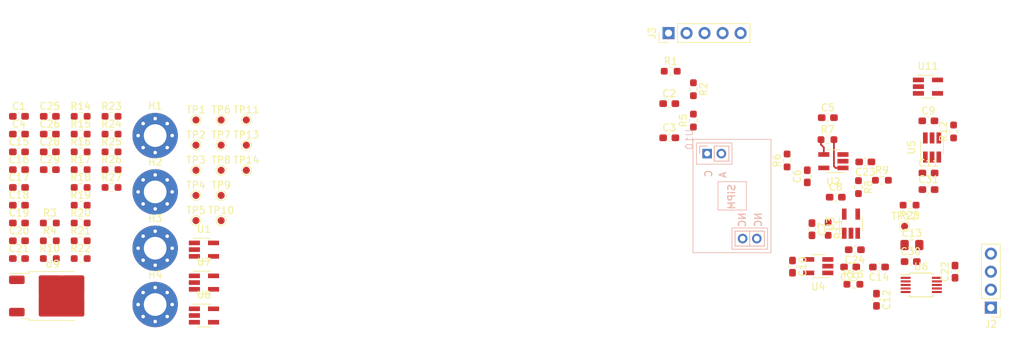
<source format=kicad_pcb>
(kicad_pcb (version 20221018) (generator pcbnew)
  (layers (0 "F.Cu" signal) (31 "B.Cu" signal) (34 "B.Paste" user) (35 "F.Paste" user) (36 "B.SilkS" user "B.Silkscreen") (37 "F.SilkS" user "F.Silkscreen") (38 "B.Mask" user) (39 "F.Mask" user) (44 "Edge.Cuts" user))
  (net 0 "")
  (net 1 "+6V")
  (net 2 "GND")
  (net 3 "Net-(C2-Pad2)")
  (net 4 "/SIPM Readout/SIPM_BIAS")
  (net 5 "Net-(U1-OUT)")
  (net 6 "/SIPM Readout/SIPM_OUT")
  (net 7 "Net-(U2-OUT)")
  (net 8 "+5VA")
  (net 9 "Net-(U3--)")
  (net 10 "Net-(U3-OUT)")
  (net 11 "+5.35V")
  (net 12 "/SIPM Readout/VREF_ADC")
  (net 13 "/SIPM Readout/AIN_FILT")
  (net 14 "+1V8")
  (net 15 "+3V3")
  (net 16 "Net-(U7-VOUT)")
  (net 17 "SIPM_BIAS_OUT")
  (net 18 "Net-(U8-VOUT)")
  (net 19 "Net-(U8-FB)")
  (net 20 "-5VA")
  (net 21 "-6V5")
  (net 22 "Net-(U9-VO)")
  (net 23 "Net-(U11-OUT)")
  (net 24 "Net-(H1-Pad1)")
  (net 25 "Net-(H2-Pad1)")
  (net 26 "Net-(H3-Pad1)")
  (net 27 "Net-(H4-Pad1)")
  (net 28 "SPI_3V3_ADC_CS")
  (net 29 "SPI_3V3_ADC_MISO")
  (net 30 "PD_BIAS")
  (net 31 "Net-(U1-EN)")
  (net 32 "Net-(U11-ADJ)")
  (net 33 "Net-(U5-~{SHDN})")
  (net 34 "/SIPM Readout/AIN")
  (net 35 "Net-(U8-SHDN)")
  (net 36 "Net-(U7-EN)")
  (net 37 "Net-(U11-EN)")
  (net 39 "SPI_3V3_ADC_SCLK")
  (net 43 "Net-(U5-OUT)")
  (footprint "TestPoint:TestPoint_Pad_D1.0mm" (layer "F.Cu") (at 94.21 88.4)
    (fp_text reference "TP9" (at 0 -1.448) (layer "F.SilkS"))
    (fp_text value "TestPoint")
    (pad "1" smd circle (at 0 0) (size 1 1) (layers "F.Cu" "F.Mask") (net 15 "+3V3"))
  )
  (footprint "Capacitor_SMD:C_0603_1608Metric_Pad1.08x0.95mm_HandSolder" (layer "F.Cu") (at 193.929 87.5716)
    (fp_text reference "C31" (at 0 -1.43) (layer "F.SilkS"))
    (fp_text value "1uF")
    (pad "1" smd roundrect (at -0.8625 0) (size 1.075 0.95) (layers "F.Cu" "F.Paste" "F.Mask") (net 43 "Net-(U5-OUT)"))
    (pad "2" smd roundrect (at 0.8625 0) (size 1.075 0.95) (layers "F.Cu" "F.Paste" "F.Mask") (net 2 "GND"))
  )
  (footprint "Resistor_SMD:R_0603_1608Metric_Pad0.98x0.95mm_HandSolder" (layer "F.Cu") (at 187.3523 86.2584)
    (fp_text reference "R9" (at 0 -1.43) (layer "F.SilkS"))
    (fp_text value "0R")
    (pad "1" smd roundrect (at -0.9125 0) (size 0.975 0.95) (layers "F.Cu" "F.Paste" "F.Mask") (net 7 "Net-(U2-OUT)"))
    (pad "2" smd roundrect (at 0.9125 0) (size 0.975 0.95) (layers "F.Cu" "F.Paste" "F.Mask") (net 10 "Net-(U3-OUT)"))
  )
  (footprint "Resistor_SMD:R_0603_1608Metric_Pad0.98x0.95mm_HandSolder" (layer "F.Cu") (at 184.0484 87.2255 -90)
    (fp_text reference "R8" (at 0 -1.43 90) (layer "F.SilkS"))
    (fp_text value "10k")
    (pad "1" smd roundrect (at -0.9125 0 270) (size 0.975 0.95) (layers "F.Cu" "F.Paste" "F.Mask") (net 7 "Net-(U2-OUT)"))
    (pad "2" smd roundrect (at 0.9125 0 270) (size 0.975 0.95) (layers "F.Cu" "F.Paste" "F.Mask") (net 9 "Net-(U3--)"))
  )
  (footprint "Resistor_SMD:R_0603_1608Metric_Pad0.98x0.95mm_HandSolder" (layer "F.Cu") (at 183.3391 100.9396)
    (fp_text reference "R13" (at 0 -1.43) (layer "F.SilkS"))
    (fp_text value "22R")
    (pad "1" smd roundrect (at -0.9125 0) (size 0.975 0.95) (layers "F.Cu" "F.Paste" "F.Mask") (net 34 "/SIPM Readout/AIN"))
    (pad "2" smd roundrect (at 0.9125 0) (size 0.975 0.95) (layers "F.Cu" "F.Paste" "F.Mask") (net 13 "/SIPM Readout/AIN_FILT"))
  )
  (footprint "Resistor_SMD:R_0603_1608Metric_Pad0.98x0.95mm_HandSolder" (layer "F.Cu") (at 179.7812 93.1183 -90)
    (fp_text reference "R11" (at 0 -1.43 90) (layer "F.SilkS"))
    (fp_text value "20k")
    (pad "1" smd roundrect (at -0.9125 0 270) (size 0.975 0.95) (layers "F.Cu" "F.Paste" "F.Mask") (net 9 "Net-(U3--)"))
    (pad "2" smd roundrect (at 0.9125 0 270) (size 0.975 0.95) (layers "F.Cu" "F.Paste" "F.Mask") (net 10 "Net-(U3-OUT)"))
  )
  (footprint "Resistor_SMD:R_0603_1608Metric_Pad0.98x0.95mm_HandSolder" (layer "F.Cu") (at 78.76 82.25)
    (fp_text reference "R25" (at 0 -1.43) (layer "F.SilkS"))
    (fp_text value "0R")
    (pad "1" smd roundrect (at -0.9125 0) (size 0.975 0.95) (layers "F.Cu" "F.Paste" "F.Mask") (net 20 "-5VA"))
    (pad "2" smd roundrect (at 0.9125 0) (size 0.975 0.95) (layers "F.Cu" "F.Paste" "F.Mask") (net 22 "Net-(U9-VO)"))
  )
  (footprint "Capacitor_SMD:C_0603_1608Metric_Pad1.08x0.95mm_HandSolder" (layer "F.Cu") (at 65.71 87.27)
    (fp_text reference "C17" (at 0 -1.43) (layer "F.SilkS"))
    (fp_text value "0.18uF")
    (pad "1" smd roundrect (at -0.8625 0) (size 1.075 0.95) (layers "F.Cu" "F.Paste" "F.Mask") (net 17 "SIPM_BIAS_OUT"))
    (pad "2" smd roundrect (at 0.8625 0) (size 1.075 0.95) (layers "F.Cu" "F.Paste" "F.Mask") (net 2 "GND"))
  )
  (footprint "TestPoint:TestPoint_Pad_D1.0mm" (layer "F.Cu") (at 90.66 88.4)
    (fp_text reference "TP4" (at 0 -1.448) (layer "F.SilkS"))
    (fp_text value "TestPoint")
    (pad "1" smd circle (at 0 0) (size 1 1) (layers "F.Cu" "F.Mask") (net 14 "+1V8"))
  )
  (footprint "Resistor_SMD:R_0603_1608Metric_Pad0.98x0.95mm_HandSolder" (layer "F.Cu") (at 74.41 94.8)
    (fp_text reference "R21" (at 0 -1.43) (layer "F.SilkS"))
    (fp_text value "0R")
    (pad "1" smd roundrect (at -0.9125 0) (size 0.975 0.95) (layers "F.Cu" "F.Paste" "F.Mask") (net 25 "Net-(H2-Pad1)"))
    (pad "2" smd roundrect (at 0.9125 0) (size 0.975 0.95) (layers "F.Cu" "F.Paste" "F.Mask") (net 2 "GND"))
  )
  (footprint "Capacitor_SMD:C_0603_1608Metric_Pad1.08x0.95mm_HandSolder" (layer "F.Cu") (at 70.06 77.23)
    (fp_text reference "C25" (at 0 -1.43) (layer "F.SilkS"))
    (fp_text value "0.33uF")
    (pad "1" smd roundrect (at -0.8625 0) (size 1.075 0.95) (layers "F.Cu" "F.Paste" "F.Mask") (net 2 "GND"))
    (pad "2" smd roundrect (at 0.8625 0) (size 1.075 0.95) (layers "F.Cu" "F.Paste" "F.Mask") (net 21 "-6V5"))
  )
  (footprint "Package_TO_SOT_SMD:SOT-23-5_HandSoldering" (layer "F.Cu") (at 180.514 83.566 180)
    (fp_text reference "U2" (at 0 -2.9) (layer "F.SilkS"))
    (fp_text value "OPA863A")
    (pad "1" smd rect (at -1.35 -0.95 180) (size 1.56 0.65) (layers "F.Cu" "F.Paste" "F.Mask") (net 7 "Net-(U2-OUT)"))
    (pad "2" smd rect (at -1.35 0 180) (size 1.56 0.65) (layers "F.Cu" "F.Paste" "F.Mask") (net 20 "-5VA"))
    (pad "3" smd rect (at -1.35 0.95 180) (size 1.56 0.65) (layers "F.Cu" "F.Paste" "F.Mask") (net 2 "GND"))
    (pad "4" smd rect (at 1.35 0.95 180) (size 1.56 0.65) (layers "F.Cu" "F.Paste" "F.Mask") (net 6 "/SIPM Readout/SIPM_OUT"))
    (pad "5" smd rect (at 1.35 -0.95 180) (size 1.56 0.65) (layers "F.Cu" "F.Paste" "F.Mask") (net 8 "+5VA"))
  )
  (footprint "Package_TO_SOT_SMD:SOT-23-5_HandSoldering" (layer "F.Cu") (at 193.849 73.0402)
    (fp_text reference "U11" (at 0 -2.9) (layer "F.SilkS"))
    (fp_text value "LDK320AM-R")
    (pad "1" smd rect (at -1.35 -0.95) (size 1.56 0.65) (layers "F.Cu" "F.Paste" "F.Mask") (net 1 "+6V"))
    (pad "2" smd rect (at -1.35 0) (size 1.56 0.65) (layers "F.Cu" "F.Paste" "F.Mask") (net 2 "GND"))
    (pad "3" smd rect (at -1.35 0.95) (size 1.56 0.65) (layers "F.Cu" "F.Paste" "F.Mask") (net 37 "Net-(U11-EN)"))
    (pad "4" smd rect (at 1.35 0.95) (size 1.56 0.65) (layers "F.Cu" "F.Paste" "F.Mask") (net 32 "Net-(U11-ADJ)"))
    (pad "5" smd rect (at 1.35 -0.95) (size 1.56 0.65) (layers "F.Cu" "F.Paste" "F.Mask") (net 23 "Net-(U11-OUT)"))
  )
  (footprint "Capacitor_SMD:C_0603_1608Metric_Pad1.08x0.95mm_HandSolder" (layer "F.Cu") (at 65.71 94.8)
    (fp_text reference "C20" (at 0 -1.43) (layer "F.SilkS"))
    (fp_text value "2.2uF")
    (pad "1" smd roundrect (at -0.8625 0) (size 1.075 0.95) (layers "F.Cu" "F.Paste" "F.Mask") (net 18 "Net-(U8-VOUT)"))
    (pad "2" smd roundrect (at 0.8625 0) (size 1.075 0.95) (layers "F.Cu" "F.Paste" "F.Mask") (net 2 "GND"))
  )
  (footprint "Capacitor_SMD:C_0603_1608Metric_Pad1.08x0.95mm_HandSolder" (layer "F.Cu") (at 185.0125 83.6676 180)
    (fp_text reference "C23" (at 0 -1.43) (layer "F.SilkS"))
    (fp_text value "0.1uF")
    (pad "1" smd roundrect (at -0.8625 0 180) (size 1.075 0.95) (layers "F.Cu" "F.Paste" "F.Mask") (net 2 "GND"))
    (pad "2" smd roundrect (at 0.8625 0 180) (size 1.075 0.95) (layers "F.Cu" "F.Paste" "F.Mask") (net 20 "-5VA"))
  )
  (footprint "Resistor_SMD:R_0603_1608Metric_Pad0.98x0.95mm_HandSolder" (layer "F.Cu") (at 74.41 92.29)
    (fp_text reference "R20" (at 0 -1.43) (layer "F.SilkS"))
    (fp_text value "0R")
    (pad "1" smd roundrect (at -0.9125 0) (size 0.975 0.95) (layers "F.Cu" "F.Paste" "F.Mask") (net 24 "Net-(H1-Pad1)"))
    (pad "2" smd roundrect (at 0.9125 0) (size 0.975 0.95) (layers "F.Cu" "F.Paste" "F.Mask") (net 2 "GND"))
  )
  (footprint "Resistor_SMD:R_0603_1608Metric_Pad0.98x0.95mm_HandSolder" (layer "F.Cu") (at 78.76 79.74)
    (fp_text reference "R24" (at 0 -1.43) (layer "F.SilkS"))
    (fp_text value "0R")
    (pad "1" smd roundrect (at -0.9125 0) (size 0.975 0.95) (layers "F.Cu" "F.Paste" "F.Mask") (net 36 "Net-(U7-EN)"))
    (pad "2" smd roundrect (at 0.9125 0) (size 0.975 0.95) (layers "F.Cu" "F.Paste" "F.Mask") (net 15 "+3V3"))
  )
  (footprint "Resistor_SMD:R_0603_1608Metric_Pad0.98x0.95mm_HandSolder" (layer "F.Cu") (at 74.41 87.27)
    (fp_text reference "R18" (at 0 -1.43) (layer "F.SilkS"))
    (fp_text value "0R")
    (pad "1" smd roundrect (at -0.9125 0) (size 0.975 0.95) (layers "F.Cu" "F.Paste" "F.Mask") (net 14 "+1V8"))
    (pad "2" smd roundrect (at 0.9125 0) (size 0.975 0.95) (layers "F.Cu" "F.Paste" "F.Mask") (net 16 "Net-(U7-VOUT)"))
  )
  (footprint "Capacitor_SMD:C_0603_1608Metric_Pad1.08x0.95mm_HandSolder" (layer "F.Cu") (at 186.944 98.5012 180)
    (fp_text reference "C14" (at 0 -1.43) (layer "F.SilkS"))
    (fp_text value "0.1uF")
    (pad "1" smd roundrect (at -0.8625 0 180) (size 1.075 0.95) (layers "F.Cu" "F.Paste" "F.Mask") (net 14 "+1V8"))
    (pad "2" smd roundrect (at 0.8625 0 180) (size 1.075 0.95) (layers "F.Cu" "F.Paste" "F.Mask") (net 2 "GND"))
  )
  (footprint "MountingHole:MountingHole_3.2mm_M3_Pad_Via" (layer "F.Cu") (at 84.91 95.85)
    (fp_text reference "H3" (at 0 -4.2) (layer "F.SilkS"))
    (fp_text value "MountingHole_Pad")
    (pad "1" thru_hole circle (at -2.4 0) (size 0.8 0.8) (drill 0.5) (layers "*.Cu" "*.Mask") (net 26 "Net-(H3-Pad1)"))
    (pad "1" thru_hole circle (at -1.697056 -1.697056) (size 0.8 0.8) (drill 0.5) (layers "*.Cu" "*.Mask") (net 26 "Net-(H3-Pad1)"))
    (pad "1" thru_hole circle (at -1.697056 1.697056) (size 0.8 0.8) (drill 0.5) (layers "*.Cu" "*.Mask") (net 26 "Net-(H3-Pad1)"))
    (pad "1" thru_hole circle (at 0 -2.4) (size 0.8 0.8) (drill 0.5) (layers "*.Cu" "*.Mask") (net 26 "Net-(H3-Pad1)"))
    (pad "1" thru_hole circle (at 0 0) (size 6.4 6.4) (drill 3.2) (layers "*.Cu" "*.Mask") (net 26 "Net-(H3-Pad1)"))
    (pad "1" thru_hole circle (at 0 2.4) (size 0.8 0.8) (drill 0.5) (layers "*.Cu" "*.Mask") (net 26 "Net-(H3-Pad1)"))
    (pad "1" thru_hole circle (at 1.697056 -1.697056) (size 0.8 0.8) (drill 0.5) (layers "*.Cu" "*.Mask") (net 26 "Net-(H3-Pad1)"))
    (pad "1" thru_hole circle (at 1.697056 1.697056) (size 0.8 0.8) (drill 0.5) (layers "*.Cu" "*.Mask") (net 26 "Net-(H3-Pad1)"))
    (pad "1" thru_hole circle (at 2.4 0) (size 0.8 0.8) (drill 0.5) (layers "*.Cu" "*.Mask") (net 26 "Net-(H3-Pad1)"))
  )
  (footprint "Capacitor_SMD:C_0603_1608Metric_Pad1.08x0.95mm_HandSolder" (layer "F.Cu") (at 65.71 82.25)
    (fp_text reference "C15" (at 0 -1.43) (layer "F.SilkS"))
    (fp_text value "1uF")
    (pad "1" smd roundrect (at -0.8625 0) (size 1.075 0.95) (layers "F.Cu" "F.Paste" "F.Mask") (net 15 "+3V3"))
    (pad "2" smd roundrect (at 0.8625 0) (size 1.075 0.95) (layers "F.Cu" "F.Paste" "F.Mask") (net 2 "GND"))
  )
  (footprint "Package_TO_SOT_SMD:SOT-23-5_HandSoldering" (layer "F.Cu") (at 178.3804 98.3844 180)
    (fp_text reference "U4" (at 0 -2.9) (layer "F.SilkS"))
    (fp_text value "OPA863A")
    (pad "1" smd rect (at -1.35 -0.95 180) (size 1.56 0.65) (layers "F.Cu" "F.Paste" "F.Mask") (net 34 "/SIPM Readout/AIN"))
    (pad "2" smd rect (at -1.35 0 180) (size 1.56 0.65) (layers "F.Cu" "F.Paste" "F.Mask") (net 20 "-5VA"))
    (pad "3" smd rect (at -1.35 0.95 180) (size 1.56 0.65) (layers "F.Cu" "F.Paste" "F.Mask") (net 10 "Net-(U3-OUT)"))
    (pad "4" smd rect (at 1.35 0.95 180) (size 1.56 0.65) (layers "F.Cu" "F.Paste" "F.Mask") (net 34 "/SIPM Readout/AIN"))
    (pad "5" smd rect (at 1.35 -0.95 180) (size 1.56 0.65) (layers "F.Cu" "F.Paste" "F.Mask") (net 8 "+5VA"))
  )
  (footprint "Capacitor_SMD:C_0603_1608Metric_Pad1.08x0.95mm_HandSolder" (layer "F.Cu") (at 193.9047 77.8688)
    (fp_text reference "C9" (at 0 -1.43) (layer "F.SilkS"))
    (fp_text value "0.1uF")
    (pad "1" smd roundrect (at -0.8625 0) (size 1.075 0.95) (layers "F.Cu" "F.Paste" "F.Mask") (net 11 "+5.35V"))
    (pad "2" smd roundrect (at 0.8625 0) (size 1.075 0.95) (layers "F.Cu" "F.Paste" "F.Mask") (net 2 "GND"))
  )
  (footprint "Resistor_SMD:R_0603_1608Metric_Pad0.98x0.95mm_HandSolder" (layer "F.Cu") (at 78.76 77.23)
    (fp_text reference "R23" (at 0 -1.43) (layer "F.SilkS"))
    (fp_text value "0R")
    (pad "1" smd roundrect (at -0.9125 0) (size 0.975 0.95) (layers "F.Cu" "F.Paste" "F.Mask") (net 27 "Net-(H4-Pad1)"))
    (pad "2" smd roundrect (at 0.9125 0) (size 0.975 0.95) (layers "F.Cu" "F.Paste" "F.Mask") (net 2 "GND"))
  )
  (footprint "Resistor_SMD:R_0603_1608Metric_Pad0.98x0.95mm_HandSolder" (layer "F.Cu") (at 179.6815 80.518)
    (fp_text reference "R7" (at 0 -1.43) (layer "F.SilkS"))
    (fp_text value "7kR")
    (pad "1" smd roundrect (at -0.9125 0) (size 0.975 0.95) (layers "F.Cu" "F.Paste" "F.Mask") (net 6 "/SIPM Readout/SIPM_OUT"))
    (pad "2" smd roundrect (at 0.9125 0) (size 0.975 0.95) (layers "F.Cu" "F.Paste" "F.Mask") (net 7 "Net-(U2-OUT)"))
  )
  (footprint "Resistor_SMD:R_0603_1608Metric_Pad0.98x0.95mm_HandSolder" (layer "F.Cu") (at 160.782 77.8275 90)
    (fp_text reference "R5" (at 0 -1.43 90) (layer "F.SilkS"))
    (fp_text value "8R")
    (pad "1" smd roundrect (at -0.9125 0 90) (size 0.975 0.95) (layers "F.Cu" "F.Paste" "F.Mask") (net 3 "Net-(C2-Pad2)"))
    (pad "2" smd roundrect (at 0.9125 0 90) (size 0.975 0.95) (layers "F.Cu" "F.Paste" "F.Mask") (net 4 "/SIPM Readout/SIPM_BIAS"))
  )
  (footprint "MountingHole:MountingHole_3.2mm_M3_Pad_Via" (layer "F.Cu") (at 84.91 87.9)
    (fp_text reference "H2" (at 0 -4.2) (layer "F.SilkS"))
    (fp_text value "MountingHole_Pad")
    (pad "1" thru_hole circle (at -2.4 0) (size 0.8 0.8) (drill 0.5) (layers "*.Cu" "*.Mask") (net 25 "Net-(H2-Pad1)"))
    (pad "1" thru_hole circle (at -1.697056 -1.697056) (size 0.8 0.8) (drill 0.5) (layers "*.Cu" "*.Mask") (net 25 "Net-(H2-Pad1)"))
    (pad "1" thru_hole circle (at -1.697056 1.697056) (size 0.8 0.8) (drill 0.5) (layers "*.Cu" "*.Mask") (net 25 "Net-(H2-Pad1)"))
    (pad "1" thru_hole circle (at 0 -2.4) (size 0.8 0.8) (drill 0.5) (layers "*.Cu" "*.Mask") (net 25 "Net-(H2-Pad1)"))
    (pad "1" thru_hole circle (at 0 0) (size 6.4 6.4) (drill 3.2) (layers "*.Cu" "*.Mask") (net 25 "Net-(H2-Pad1)"))
    (pad "1" thru_hole circle (at 0 2.4) (size 0.8 0.8) (drill 0.5) (layers "*.Cu" "*.Mask") (net 25 "Net-(H2-Pad1)"))
    (pad "1" thru_hole circle (at 1.697056 -1.697056) (size 0.8 0.8) (drill 0.5) (layers "*.Cu" "*.Mask") (net 25 "Net-(H2-Pad1)"))
    (pad "1" thru_hole circle (at 1.697056 1.697056) (size 0.8 0.8) (drill 0.5) (layers "*.Cu" "*.Mask") (net 25 "Net-(H2-Pad1)"))
    (pad "1" thru_hole circle (at 2.4 0) (size 0.8 0.8) (drill 0.5) (layers "*.Cu" "*.Mask") (net 25 "Net-(H2-Pad1)"))
  )
  (footprint "Resistor_SMD:R_0603_1608Metric_Pad0.98x0.95mm_HandSolder" (layer "F.Cu") (at 78.76 87.27)
    (fp_text reference "R27" (at 0 -1.43) (layer "F.SilkS"))
    (fp_text value "0R")
    (pad "1" smd roundrect (at -0.9125 0) (size 0.975 0.95) (layers "F.Cu" "F.Paste" "F.Mask") (net 11 "+5.35V"))
    (pad "2" smd roundrect (at 0.9125 0) (size 0.975 0.95) (layers "F.Cu" "F.Paste" "F.Mask") (net 23 "Net-(U11-OUT)"))
  )
  (footprint "Resistor_SMD:R_0603_1608Metric_Pad0.98x0.95mm_HandSolder" (layer "F.Cu") (at 74.41 97.31)
    (fp_text reference "R22" (at 0 -1.43) (layer "F.SilkS"))
    (fp_text value "0R")
    (pad "1" smd roundrect (at -0.9125 0) (size 0.975 0.95) (layers "F.Cu" "F.Paste" "F.Mask") (net 26 "Net-(H3-Pad1)"))
    (pad "2" smd roundrect (at 0.9125 0) (size 0.975 0.95) (layers "F.Cu" "F.Paste" "F.Mask") (net 2 "GND"))
  )
  (footprint "Resistor_SMD:R_0603_1608Metric_Pad0.98x0.95mm_HandSolder" (layer "F.Cu") (at 70.06 94.8)
    (fp_text reference "R4" (at 0 -1.43) (layer "F.SilkS"))
    (fp_text value "0R")
    (pad "1" smd roundrect (at -0.9125 0) (size 0.975 0.95) (layers "F.Cu" "F.Paste" "F.Mask") (net 8 "+5VA"))
    (pad "2" smd roundrect (at 0.9125 0) (size 0.975 0.95) (layers "F.Cu" "F.Paste" "F.Mask") (net 5 "Net-(U1-OUT)"))
  )
  (footprint "Capacitor_SMD:C_0603_1608Metric_Pad1.08x0.95mm_HandSolder" (layer "F.Cu") (at 176.8348 85.6985 90)
    (fp_text reference "C6" (at 0 -1.43 90) (layer "F.SilkS"))
    (fp_text value "0.1uF")
    (pad "1" smd roundrect (at -0.8625 0 90) (size 1.075 0.95) (layers "F.Cu" "F.Paste" "F.Mask") (net 2 "GND"))
    (pad "2" smd roundrect (at 0.8625 0 90) (size 1.075 0.95) (layers "F.Cu" "F.Paste" "F.Mask") (net 8 "+5VA"))
  )
  (footprint "Capacitor_SMD:C_0603_1608Metric_Pad1.08x0.95mm_HandSolder" (layer "F.Cu") (at 65.71 97.31)
    (fp_text reference "C21" (at 0 -1.43) (layer "F.SilkS"))
    (fp_text value "1nF")
    (pad "1" smd roundrect (at -0.8625 0) (size 1.075 0.95) (layers "F.Cu" "F.Paste" "F.Mask") (net 18 "Net-(U8-VOUT)"))
    (pad "2" smd roundrect (at 0.8625 0) (size 1.075 0.95) (layers "F.Cu" "F.Paste" "F.Mask") (net 19 "Net-(U8-FB)"))
  )
  (footprint "TestPoint:TestPoint_Pad_D1.0mm" (layer "F.Cu") (at 97.76 84.85)
    (fp_text reference "TP14" (at 0 -1.448) (layer "F.SilkS"))
    (fp_text value "TestPoint")
    (pad "1" smd circle (at 0 0) (size 1 1) (layers "F.Cu" "F.Mask") (net 21 "-6V5"))
  )
  (footprint "Capacitor_SMD:C_0603_1608Metric_Pad1.08x0.95mm_HandSolder" (layer "F.Cu") (at 65.71 84.76)
    (fp_text reference "C16" (at 0 -1.43) (layer "F.SilkS"))
    (fp_text value "1uF")
    (pad "1" smd roundrect (at -0.8625 0) (size 1.075 0.95) (layers "F.Cu" "F.Paste" "F.Mask") (net 16 "Net-(U7-VOUT)"))
    (pad "2" smd roundrect (at 0.8625 0) (size 1.075 0.95) (layers "F.Cu" "F.Paste" "F.Mask") (net 2 "GND"))
  )
  (footprint "Capacitor_SMD:C_0603_1608Metric_Pad1.08x0.95mm_HandSolder" (layer "F.Cu") (at 70.06 84.76)
    (fp_text reference "C29" (at 0 -1.43) (layer "F.SilkS"))
    (fp_text value "1uF")
    (pad "1" smd roundrect (at -0.8625 0) (size 1.075 0.95) (layers "F.Cu" "F.Paste" "F.Mask") (net 23 "Net-(U11-OUT)"))
    (pad "2" smd roundrect (at 0.8625 0) (size 1.075 0.95) (layers "F.Cu" "F.Paste" "F.Mask") (net 2 "GND"))
  )
  (footprint "MountingHole:MountingHole_3.2mm_M3_Pad_Via" (layer "F.Cu") (at 84.91 79.95)
    (fp_text reference "H1" (at 0 -4.2) (layer "F.SilkS"))
    (fp_text value "MountingHole_Pad")
    (pad "1" thru_hole circle (at -2.4 0) (size 0.8 0.8) (drill 0.5) (layers "*.Cu" "*.Mask") (net 24 "Net-(H1-Pad1)"))
    (pad "1" thru_hole circle (at -1.697056 -1.697056) (size 0.8 0.8) (drill 0.5) (layers "*.Cu" "*.Mask") (net 24 "Net-(H1-Pad1)"))
    (pad "1" thru_hole circle (at -1.697056 1.697056) (size 0.8 0.8) (drill 0.5) (layers "*.Cu" "*.Mask") (net 24 "Net-(H1-Pad1)"))
    (pad "1" thru_hole circle (at 0 -2.4) (size 0.8 0.8) (drill 0.5) (layers "*.Cu" "*.Mask") (net 24 "Net-(H1-Pad1)"))
    (pad "1" thru_hole circle (at 0 0) (size 6.4 6.4) (drill 3.2) (layers "*.Cu" "*.Mask") (net 24 "Net-(H1-Pad1)"))
    (pad "1" thru_hole circle (at 0 2.4) (size 0.8 0.8) (drill 0.5) (layers "*.Cu" "*.Mask") (net 24 "Net-(H1-Pad1)"))
    (pad "1" thru_hole circle (at 1.697056 -1.697056) (size 0.8 0.8) (drill 0.5) (layers "*.Cu" "*.Mask") (net 24 "Net-(H1-Pad1)"))
    (pad "1" thru_hole circle (at 1.697056 1.697056) (size 0.8 0.8) (drill 0.5) (layers "*.Cu" "*.Mask") (net 24 "Net-(H1-Pad1)"))
    (pad "1" thru_hole circle (at 2.4 0) (size 0.8 0.8) (drill 0.5) (layers "*.Cu" "*.Mask") (net 24 "Net-(H1-Pad1)"))
  )
  (footprint "Resistor_SMD:R_0603_1608Metric_Pad0.98x0.95mm_HandSolder" (layer "F.Cu") (at 78.76 84.76)
    (fp_text reference "R26" (at 0 -1.43) (layer "F.SilkS"))
    (fp_text value "0R")
    (pad "1" smd roundrect (at -0.9125 0) (size 0.975 0.95) (layers "F.Cu" "F.Paste" "F.Mask") (net 37 "Net-(U11-EN)"))
    (pad "2" smd roundrect (at 0.9125 0) (size 0.975 0.95) (layers "F.Cu" "F.Paste" "F.Mask") (net 1 "+6V"))
  )
  (footprint "TestPoint:TestPoint_Pad_D1.0mm" (layer "F.Cu") (at 94.21 77.75)
    (fp_text reference "TP6" (at 0 -1.448) (layer "F.SilkS"))
    (fp_text value "TestPoint")
    (pad "1" smd circle (at 0 0) (size 1 1) (layers "F.Cu" "F.Mask") (net 8 "+5VA"))
  )
  (footprint "Capacitor_SMD:C_0603_1608Metric_Pad1.08x0.95mm_HandSolder" (layer "F.Cu") (at 70.06 82.25)
    (fp_text reference "C28" (at 0 -1.43) (layer "F.SilkS"))
    (fp_text value "1uF")
    (pad "1" smd roundrect (at -0.8625 0) (size 1.075 0.95) (layers "F.Cu" "F.Paste" "F.Mask") (net 1 "+6V"))
    (pad "2" smd roundrect (at 0.8625 0) (size 1.075 0.95) (layers "F.Cu" "F.Paste" "F.Mask") (net 2 "GND"))
  )
  (footprint "Capacitor_SMD:C_0603_1608Metric_Pad1.08x0.95mm_HandSolder" (layer "F.Cu") (at 180.8491 88.646)
    (fp_text reference "C8" (at 0 -1.43) (layer "F.SilkS"))
    (fp_text value "0.1uF")
    (pad "1" smd roundrect (at -0.8625 0) (size 1.075 0.95) (layers "F.Cu" "F.Paste" "F.Mask") (net 2 "GND"))
    (pad "2" smd roundrect (at 0.8625 0) (size 1.075 0.95) (layers "F.Cu" "F.Paste" "F.Mask") (net 8 "+5VA"))
  )
  (footprint "Capacitor_SMD:C_0603_1608Metric_Pad1.08x0.95mm_HandSolder" (layer "F.Cu") (at 70.06 79.74)
    (fp_text reference "C26" (at 0 -1.43) (layer "F.SilkS"))
    (fp_text value "1uF")
    (pad "1" smd roundrect (at -0.8625 0) (size 1.075 0.95) (layers "F.Cu" "F.Paste" "F.Mask") (net 2 "GND"))
    (pad "2" smd roundrect (at 0.8625 0) (size 1.075 0.95) (layers "F.Cu" "F.Paste" "F.Mask") (net 22 "Net-(U9-VO)"))
  )
  (footprint "TestPoint:TestPoint_Pad_D1.0mm" (layer "F.Cu") (at 97.76 77.75)
    (fp_text reference "TP11" (at 0 -1.448) (layer "F.SilkS"))
    (fp_text value "TestPoint")
    (pad "1" smd circle (at 0 0) (size 1 1) (layers "F.Cu" "F.Mask") (net 20 "-5VA"))
  )
  (footprint "Resistor_SMD:R_0603_1608Metric_Pad0.98x0.95mm_HandSolder" (layer "F.Cu") (at 74.41 77.23)
    (fp_text reference "R14" (at 0 -1.43) (layer "F.SilkS"))
    (fp_text value "0R")
    (pad "1" smd roundrect (at -0.9125 0) (size 0.975 0.95) (layers "F.Cu" "F.Paste" "F.Mask") (net 2 "GND"))
    (pad "2" smd roundrect (at 0.9125 0) (size 0.975 0.95) (layers "F.Cu" "F.Paste" "F.Mask") (net 35 "Net-(U8-SHDN)"))
  )
  (footprint "Resistor_SMD:R_0603_1608Metric_Pad0.98x0.95mm_HandSolder" (layer "F.Cu") (at 74.41 84.76)
    (fp_text reference "R17" (at 0 -1.43) (layer "F.SilkS"))
    (fp_text value "0R")
    (pad "1" smd roundrect (at -0.9125 0) (size 0.975 0.95) (layers "F.Cu" "F.Paste" "F.Mask") (net 30 "PD_BIAS"))
    (pad "2" smd roundrect (at 0.9125 0) (size 0.975 0.95) (layers "F.Cu" "F.Paste" "F.Mask") (net 18 "Net-(U8-VOUT)"))
  )
  (footprint "Resistor_SMD:R_0603_1608Metric_Pad0.98x0.95mm_HandSolder" (layer "F.Cu") (at 197.4574 79.3693 90)
    (fp_text reference "R12" (at 0 -1.43 90) (layer "F.SilkS"))
    (fp_text value "0R")
    (pad "1" smd roundrect (at -0.9125 0 90) (size 0.975 0.95) (layers "F.Cu" "F.Paste" "F.Mask") (net 33 "Net-(U5-~{SHDN})"))
    (pad "2" smd roundrect (at 0.9125 0 90) (size 0.975 0.95) (layers "F.Cu" "F.Paste" "F.Mask") (net 11 "+5.35V"))
  )
  (footprint "Capacitor_SMD:C_0603_1608Metric_Pad1.08x0.95mm_HandSolder" (layer "F.Cu") (at 186.5884 103.1251 -90)
    (fp_text reference "C12" (at 0 -1.43 90) (layer "F.SilkS"))
    (fp_text value "1.7nF")
    (pad "1" smd roundrect (at -0.8625 0 270) (size 1.075 0.95) (layers "F.Cu" "F.Paste" "F.Mask") (net 13 "/SIPM Readout/AIN_FILT"))
    (pad "2" smd roundrect (at 0.8625 0 270) (size 1.075 0.95) (layers "F.Cu" "F.Paste" "F.Mask") (net 2 "GND"))
  )
  (footprint "Capacitor_SMD:C_0603_1608Metric_Pad1.08x0.95mm_HandSolder" (layer "F.Cu") (at 65.71 79.74)
    (fp_text reference "C4" (at 0 -1.43) (layer "F.SilkS"))
    (fp_text value "1uF")
    (pad "1" smd roundrect (at -0.8625 0) (size 1.075 0.95) (layers "F.Cu" "F.Paste" "F.Mask") (net 5 "Net-(U1-OUT)"))
    (pad "2" smd roundrect (at 0.8625 0) (size 1.075 0.95) (layers "F.Cu" "F.Paste" "F.Mask") (net 2 "GND"))
  )
  (footprint "TestPoint:TestPoint_Pad_D1.0mm" (layer "F.Cu") (at 97.76 81.3)
    (fp_text reference "TP13" (at 0 -1.448) (layer "F.SilkS"))
    (fp_text value "TestPoint")
    (pad "1" smd circle (at 0 0) (size 1 1) (layers "F.Cu" "F.Mask") (net 1 "+6V"))
  )
  (footprint "Resistor_SMD:R_0603_1608Metric_Pad0.98x0.95mm_HandSolder" (layer "F.Cu") (at 74.41 89.78)
    (fp_text reference "R19" (at 0 -1.43) (layer "F.SilkS"))
    (fp_text value "100kR")
    (pad "1" smd roundrect (at -0.9125 0) (size 0.975 0.95) (layers "F.Cu" "F.Paste" "F.Mask") (net 32 "Net-(U11-ADJ)"))
    (pad "2" smd roundrect (at 0.9125 0) (size 0.975 0.95) (layers "F.Cu" "F.Paste" "F.Mask") (net 2 "GND"))
  )
  (footprint "Resistor_SMD:R_0603_1608Metric_Pad0.98x0.95mm_HandSolder" (layer "F.Cu") (at 74.41 82.25)
    (fp_text reference "R16" (at 0 -1.43) (layer "F.SilkS"))
    (fp_text value "80kR")
    (pad "1" smd roundrect (at -0.9125 0) (size 0.975 0.95) (layers "F.Cu" "F.Paste" "F.Mask") (net 19 "Net-(U8-FB)"))
    (pad "2" smd roundrect (at 0.9125 0) (size 0.975 0.95) (layers "F.Cu" "F.Paste" "F.Mask") (net 2 "GND"))
  )
  (footprint "TestPoint:TestPoint_Pad_D1.0mm" (layer "F.Cu") (at 94.21 84.85)
    (fp_text reference "TP8" (at 0 -1.448) (layer "F.SilkS"))
    (fp_text value "TestPoint")
    (pad "1" smd circle (at 0 0) (size 1 1) (layers "F.Cu" "F.Mask") (net 17 "SIPM_BIAS_OUT"))
  )
  (footprint "TestPoint:TestPoint_Pad_D1.0mm" (layer "F.Cu") (at 90.66 84.85)
    (fp_text reference "TP3" (at 0 -1.448) (layer "F.SilkS"))
    (fp_text value "TestPoint")
    (pad "1" smd circle (at 0 0) (size 1 1) (layers "F.Cu" "F.Mask") (net 16 "Net-(U7-VOUT)"))
  )
  (footprint "Capacitor_SMD:C_0603_1608Metric_Pad1.08x0.95mm_HandSolder" (layer "F.Cu") (at 157.3795 80.264)
    (fp_text reference "C3" (at 0 -1.43) (layer "F.SilkS"))
    (fp_text value "10nF")
    (pad "1" smd roundrect (at -0.8625 0) (size 1.075 0.95) (layers "F.Cu" "F.Paste" "F.Mask") (net 2 "GND"))
    (pad "2" smd roundrect (at 0.8625 0) (size 1.075 0.95) (layers "F.Cu" "F.Paste" "F.Mask") (net 4 "/SIPM Readout/SIPM_BIAS"))
  )
  (footprint "Capacitor_SMD:C_0603_1608Metric_Pad1.08x0.95mm_HandSolder" (layer "F.Cu") (at 191.4133 97.7392)
    (fp_text reference "C30" (at 0 -1.43) (layer "F.SilkS"))
    (fp_text value "100pF")
    (pad "1" smd roundrect (at -0.8625 0) (size 1.075 0.95) (layers "F.Cu" "F.Paste" "F.Mask") (net 12 "/SIPM Readout/VREF_ADC"))
    (pad "2" smd roundrect (at 0.8625 0) (size 1.075 0.95) (layers "F.Cu" "F.Paste" "F.Mask") (net 2 "GND"))
  )
  (footprint "Connector_PinHeader_2.54mm:PinHeader_1x04_P2.54mm_Vertical" (layer "F.Cu") (at 202.7174 104.2416 180)
    (fp_text reference "J2" (at 0 -2.33) (layer "F.SilkS"))
    (fp_text value "Conn_01x04")
    (pad "1" thru_hole rect (at 0 0 180) (size 1.7 1.7) (drill 1) (layers "*.Cu" "*.Mask") (net 28 "SPI_3V3_ADC_CS"))
    (pad "2" thru_hole oval (at 0 2.54 180) (size 1.7 1.7) (drill 1) (layers "*.Cu" "*.Mask") (net 29 "SPI_3V3_ADC_MISO"))
    (pad "3" thru_hole oval (at 0 5.08 180) (size 1.7 1.7) (drill 1) (layers "*.Cu" "*.Mask") (net 39 "SPI_3V3_ADC_SCLK"))
    (pad "4" thru_hole oval (at 0 7.62 180) (size 1.7 1.7) (drill 1) (layers "*.Cu" "*.Mask") (net 2 "GND"))
  )
  (footprint "Resistor_SMD:R_0603_1608Metric_Pad0.98x0.95mm_HandSolder" (layer "F.Cu") (at 173.99 83.4625 90)
    (fp_text reference "R6" (at 0 -1.43 90) (layer "F.SilkS"))
    (fp_text value "50R")
    (pad "1" smd roundrect (at -0.9125 0 90) (size 0.975 0.95) (layers "F.Cu" "F.Paste" "F.Mask") (net 2 "GND"))
    (pad "2" smd roundrect (at 0.9125 0 90) (size 0.975 0.95) (layers "F.Cu" "F.Paste" "F.Mask") (net 6 "/SIPM Readout/SIPM_OUT"))
  )
  (footprint "TestPoint:TestPoint_Pad_D1.0mm" (layer "F.Cu") (at 94.21 81.3)
    (fp_text reference "TP7" (at 0 -1.448) (layer "F.SilkS"))
    (fp_text value "TestPoint")
    (pad "1" smd circle (at 0 0) (size 1 1) (layers "F.Cu" "F.Mask") (net 23 "Net-(U11-OUT)"))
  )
  (footprint "Capacitor_SMD:C_0603_1608Metric_Pad1.08x0.95mm_HandSolder" (layer "F.Cu") (at 182.88 98.5012 180)
    (fp_text reference "C27" (at 0 -1.43) (layer "F.SilkS"))
    (fp_text value "0.1uF")
    (pad "1" smd roundrect (at -0.8625 0 180) (size 1.075 0.95) (layers "F.Cu" "F.Paste" "F.Mask") (net 2 "GND"))
    (pad "2" smd roundrect (at 0.8625 0 180) (size 1.075 0.95) (layers "F.Cu" "F.Paste" "F.Mask") (net 20 "-5VA"))
  )
  (footprint "Resistor_SMD:R_0603_1608Metric_Pad0.98x0.95mm_HandSolder" (layer "F.Cu") (at 157.5835 70.866)
    (fp_text reference "R1" (at 0 -1.43) (layer "F.SilkS"))
    (fp_text value "50R")
    (pad "1" smd roundrect (at -0.9125 0) (size 0.975 0.95) (layers "F.Cu" "F.Paste" "F.Mask") (net 2 "GND"))
    (pad "2" smd roundrect (at 0.9125 0) (size 0.975 0.95) (layers "F.Cu" "F.Paste" "F.Mask") (net 30 "PD_BIAS"))
  )
  (footprint "Resistor_SMD:R_0603_1608Metric_Pad0.98x0.95mm_HandSolder" (layer "F.Cu") (at 70.06 92.29)
    (fp_text reference "R3" (at 0 -1.43) (layer "F.SilkS"))
    (fp_text value "0R")
    (pad "1" smd roundrect (at -0.9125 0) (size 0.975 0.95) (layers "F.Cu" "F.Paste" "F.Mask") (net 31 "Net-(U1-EN)"))
    (pad "2" smd roundrect (at 0.9125 0) (size 0.975 0.95) (layers "F.Cu" "F.Paste" "F.Mask") (net 1 "+6V"))
  )
  (footprint "Capacitor_SMD:C_0603_1608Metric_Pad1.08x0.95mm_HandSolder" (layer "F.Cu") (at 179.7315 77.4192)
    (fp_text reference "C5" (at 0 -1.43) (layer "F.SilkS"))
    (fp_text value "200pF")
    (pad "1" smd roundrect (at -0.8625 0) (size 1.075 0.95) (layers "F.Cu" "F.Paste" "F.Mask") (net 6 "/SIPM Readout/SIPM_OUT"))
    (pad "2" smd roundrect (at 0.8625 0) (size 1.075 0.95) (layers "F.Cu" "F.Paste" "F.Mask") (net 7 "Net-(U2-OUT)"))
  )
  (footprint "Capacitor_SMD:C_0603_1608Metric_Pad1.08x0.95mm_HandSolder" (layer "F.Cu") (at 174.752 98.4493 -90)
    (fp_text reference "C10" (at 0 -1.43 90) (layer "F.SilkS"))
    (fp_text value "0.1uF")
    (pad "1" smd roundrect (at -0.8625 0 270) (size 1.075 0.95) (layers "F.Cu" "F.Paste" "F.Mask") (net 2 "GND"))
    (pad "2" smd roundrect (at 0.8625 0 270) (size 1.075 0.95) (layers "F.Cu" "F.Paste" "F.Mask") (net 8 "+5VA"))
  )
  (footprint "Package_TO_SOT_SMD:TO-252-2" (layer "F.Cu") (at 70.45 102.59)
    (fp_text reference "U9" (at 0 -4.5) (layer "F.SilkS"))
    (fp_text value "MC79M05_TO252")
    (pad "1" smd roundrect (at -5.04 -2.28) (size 2.2 1.2) (layers "F.Cu" "F.Paste" "F.Mask") (roundrect_rratio 0.208333) (net 2 "GND"))
    (pad "2" smd roundrect (at -0.415 -1.525) (size 3.05 2.75) (layers "F.Cu" "F.Paste") (roundrect_rratio 0.090909) (net 21 "-6V5"))
    (pad "2" smd roundrect (at -0.415 1.525) (size 3.05 2.75) (layers "F.Cu" "F.Paste") (roundrect_rratio 0.090909) (net 21 "-6V5"))
    (pad "2" smd roundrect (at 1.26 0) (size 6.4 5.8) (layers "F.Cu" "F.Mask") (roundrect_rratio 0.043103) (net 21 "-6V5"))
    (pad "2" smd roundrect (at 2.935 -1.525) (size 3.05 2.75) (layers "F.Cu" "F.Paste") (roundrect_rratio 0.090909) (net 21 "-6V5"))
    (pad "2" smd roundrect (at 2.935 1.525) (size 3.05 2.75) (layers "F.Cu" "F.Paste") (roundrect_rratio 0.090909) (net 21 "-6V5"))
    (pad "3" smd roundrect (at -5.04 2.28) (size 2.2 1.2) (layers "F.Cu" "F.Paste" "F.Mask") (roundrect_rratio 0.208333) (net 22 "Net-(U9-VO)"))
  )
  (footprint "TestPoint:TestPoint_Pad_D1.0mm" (layer "F.Cu") (at 94.21 91.95)
    (fp_text reference "TP10" (at 0 -1.448) (layer "F.SilkS"))
    (fp_text value "-5VA")
    (pad "1" smd circle (at 0 0) (size 1 1) (layers "F.Cu" "F.Mask") (net 22 "Net-(U9-VO)"))
  )
  (footprint "Capacitor_SMD:C_0603_1608Metric_Pad1.08x0.95mm_HandSolder" (layer "F.Cu") (at 177.4952 93.1683 -90)
    (fp_text reference "C7" (at 0 -1.43 90) (layer "F.SilkS"))
    (fp_text value "1nF")
    (pad "1" smd roundrect (at -0.8625 0 270) (size 1.075 0.95) (layers "F.Cu" "F.Paste" "F.Mask") (net 9 "Net-(U3--)"))
    (pad "2" smd roundrect (at 0.8625 0 270) (size 1.075 0.95) (layers "F.Cu" "F.Paste" "F.Mask") (net 10 "Net-(U3-OUT)"))
  )
  (footprint "Connector_PinHeader_2.54mm:PinHeader_1x05_P2.54mm_Vertical" (layer "F.Cu") (at 157.2768 65.4812 90)
    (fp_text reference "J3" (at 0 -2.33 90) (layer "F.SilkS"))
    (fp_text value "Conn_01x05")
    (pad "1" thru_hole rect (at 0 0 90) (size 1.7 1.7) (drill 1) (layers "*.Cu" "*.Mask") (net 17 "SIPM_BIAS_OUT"))
    (pad "2" thru_hole oval (at 0 2.54 90) (size 1.7 1.7) (drill 1) (layers "*.Cu" "*.Mask") (net 1 "+6V"))
    (pad "3" thru_hole oval (at 0 5.08 90) (size 1.7 1.7) (drill 1) (layers "*.Cu" "*.Mask") (net 15 "+3V3"))
    (pad "4" thru_hole oval (at 0 7.62 90) (size 1.7 1.7) (drill 1) (layers "*.Cu" "*.Mask") (net 21 "-6V5"))
    (pad "5" thru_hole oval (at 0 10.16 90) (size 1.7 1.7) (drill 1) (layers "*.Cu" "*.Mask") (net 2 "GND"))
  )
  (footprint "Package_TO_SOT_SMD:SOT-23-5_HandSoldering" (layer "F.Cu") (at 91.79 96.05)
    (fp_text reference "U1" (at 0 -2.9) (layer "F.SilkS"))
    (fp_text value "TPS7A2050PDBVR")
    (pad "1" smd rect (at -1.35 -0.95) (size 1.56 0.65) (layers "F.Cu" "F.Paste" "F.Mask") (net 1 "+6V"))
    (pad "2" smd rect (at -1.35 0) (size 1.56 0.65) (layers "F.Cu" "F.Paste" "F.Mask") (net 2 "GND"))
    (pad "3" smd rect (at -1.35 0.95) (size 1.56 0.65) (layers "F.Cu" "F.Paste" "F.Mask") (net 31 "Net-(U1-EN)"))
    (pad "4" smd rect (at 1.35 0.95) (size 1.56 0.65) (layers "F.Cu" "F.Paste" "F.Mask"))
    (pad "5" smd rect (at 1.35 -0.95) (size 1.56 0.65) (layers "F.Cu" "F.Paste" "F.Mask") (net 5 "Net-(U1-OUT)"))
  )
  (footprint "Package_TO_SOT_SMD:SOT-23-5_HandSoldering" (layer "F.Cu") (at 91.79 105.35)
    (fp_text reference "U8" (at 0 -2.9) (layer "F.SilkS"))
    (fp_text value "RT9072BGB")
    (pad "1" smd rect (at -1.35 -0.95) (size 1.56 0.65) (layers "F.Cu" "F.Paste" "F.Mask") (net 17 "SIPM_BIAS_OUT"))
    (pad "2" smd rect (at -1.35 0) (size 1.56 0.65) (layers "F.Cu" "F.Paste" "F.Mask") (net 2 "GND"))
    (pad "3" smd rect (at -1.35 0.95) (size 1.56 0.65) (layers "F.Cu" "F.Paste" "F.Mask"))
    (pad "4" smd rect (at 1.35 0.95) (size 1.56 0.65) (layers "F.Cu" "F.Paste" "F.Mask") (net 19 "Net-(U8-FB)"))
    (pad "5" smd rect (at 1.35 -0.95) (size 1.56 0.65) (layers "F.Cu" "F.Paste" "F.Mask") (net 18 "Net-(U8-VOUT)"))
  )
  (footprint "TestPoint:TestPoint_Pad_D1.0mm" (layer "F.Cu") (at 190.5508 92.7608)
    (fp_text reference "TP12" (at 0 -1.448) (layer "F.SilkS"))
    (fp_text value "TestPoint")
    (pad "1" smd circle (at 0 0) (size 1 1) (layers "F.Cu" "F.Mask") (net 12 "/SIPM Readout/VREF_ADC"))
  )
  (footprint "Resistor_SMD:R_0603_1608Metric_Pad0.98x0.95mm_HandSolder" (layer "F.Cu") (at 191.2601 89.7636 180)
    (fp_text reference "R28" (at 0 -1.43) (layer "F.SilkS"))
    (fp_text value "0R")
    (pad "1" smd roundrect (at -0.9125 0 180) (size 0.975 0.95) (layers "F.Cu" "F.Paste" "F.Mask") (net 43 "Net-(U5-OUT)"))
    (pad "2" smd roundrect (at 0.9125 0 180) (size 0.975 0.95) (layers "F.Cu" "F.Paste" "F.Mask") (net 12 "/SIPM Readout/VREF_ADC"))
  )
  (footprint "TestPoint:TestPoint_Pad_D1.0mm" (layer "F.Cu") (at 90.66 77.75)
    (fp_text reference "TP1" (at 0 -1.448) (layer "F.SilkS"))
    (fp_text value "TestPoint")
    (pad "1" smd circle (at 0 0) (size 1 1) (layers "F.Cu" "F.Mask") (net 30 "PD_BIAS"))
  )
  (footprint "Package_TO_SOT_SMD:SOT-23-5_HandSoldering" (layer "F.Cu") (at 91.79 100.7)
    (fp_text reference "U7" (at 0 -2.9) (layer "F.SilkS"))
    (fp_text value "MIC5504-1.8YM5")
    (pad "1" smd rect (at -1.35 -0.95) (size 1.56 0.65) (layers "F.Cu" "F.Paste" "F.Mask") (net 15 "+3V3"))
    (pad "2" smd rect (at -1.35 0) (size 1.56 0.65) (layers "F.Cu" "F.Paste" "F.Mask") (net 2 "GND"))
    (pad "3" smd rect (at -1.35 0.95) (size 1.56 0.65) (layers "F.Cu" "F.Paste" "F.Mask") (net 36 "Net-(U7-EN)"))
    (pad "4" smd rect (at 1.35 0.95) (size 1.56 0.65) (layers "F.Cu" "F.Paste" "F.Mask"))
    (pad "5" smd rect (at 1.35 -0.95) (size 1.56 0.65) (layers "F.Cu" "F.Paste" "F.Mask") (net 16 "Net-(U7-VOUT)"))
  )
  (footprint "Resistor_SMD:R_0603_1608Metric_Pad0.98x0.95mm_HandSolder" (layer "F.Cu") (at 70.06 97.31)
    (fp_text reference "R10" (at 0 -1.43) (layer "F.SilkS"))
    (fp_text value "350kR")
    (pad "1" smd roundrect (at -0.9125 0) (size 0.975 0.95) (layers "F.Cu" "F.Paste" "F.Mask") (net 23 "Net-(U11-OUT)"))
    (pad "2" smd roundrect (at 0.9125 0) (size 0.975 0.95) (layers "F.Cu" "F.Paste" "F.Mask") (net 32 "Net-(U11-ADJ)"))
  )
  (footprint "Package_TO_SOT_SMD:SOT-23-6_Handsoldering" (layer "F.Cu") (at 194.4268 81.6318 90)
    (fp_text reference "U5" (at 0 -2.9 90) (layer "F.SilkS"))
    (fp_text value "MCP1501T-50E")
    (pad "1" smd rect (at -1.35 -0.95 90) (size 1.56 0.65) (layers "F.Cu" "F.Paste" "F.Mask") (net 43 "Net-(U5-OUT)"))
    (pad "2" smd rect (at -1.35 0 90) (size 1.56 0.65) (layers "F.Cu" "F.Paste" "F.Mask") (net 2 "GND"))
    (pad "3" smd rect (at -1.35 0.95 90) (size 1.56 0.65) (layers "F.Cu" "F.Paste" "F.Mask") (net 2 "GND"))
    (pad "4" smd rect (at 1.35 0.95 90) (size 1.56 0.65) (layers "F.Cu" "F.Paste" "F.Mask") (net 33 "Net-(U5-~{SHDN})"))
    (pad "5" smd rect (at 1.35 0 90) (size 1.56 0.65) (layers "F.Cu" "F.Paste" "F.Mask") (net 2 "GND"))
    (pad "6" smd rect (at 1.35 -0.95 90) (size 1.56 0.65) (layers "F.Cu" "F.Paste" "F.Mask") (net 11 "+5.35V"))
  )
  (footprint "Package_SO:MSOP-10_3x3mm_P0.5mm" (layer "F.Cu") (at 192.9032 101.0332)
    (fp_text reference "U6" (at 0 -2.6) (layer "F.SilkS"))
    (fp_text value "MCP33131-10-E/MS")
    (pad "1" smd rect (at -2.2 -1) (size 1.4 0.3) (layers "F.Cu" "F.Paste" "F.Mask") (net 12 "/SIPM Readout/VREF_ADC"))
    (pad "2" smd rect (at -2.2 -0.5) (size 1.4 0.3) (layers "F.Cu" "F.Paste" "F.Mask") (net 14 "+1V8"))
    (pad "3" smd rect (at -2.2 0) (size 1.4 0.3) (layers "F.Cu" "F.Paste" "F.Mask") (net 13 "/SIPM Readout/AIN_FILT"))
    (pad "4" smd rect (at -2.2 0.5) (size 1.4 0.3) (layers "F.Cu" "F.Paste" "F.Mask") (net 2 "GND"))
    (pad "5" smd rect (at -2.2 1) (size 1.4 0.3) (layers "F.Cu" "F.Paste" "F.Mask") (net 2 "GND"))
    (pad "6" smd rect (at 2.2 1) (size 1.4 0.3) (layers "F.Cu" "F.Paste" "F.Mask") (net 28 "SPI_3V3_ADC_CS"))
    (pad "7" smd rect (at 2.2 0.5) (size 1.4 0.3) (layers "F.Cu" "F.Paste" "F.Mask") (net 29 "SPI_3V3_ADC_MISO"))
    (pad "8" smd rect (at 2.2 0) (size 1.4 0.3) (layers "F.Cu" "F.Paste" "F.Mask") (net 39 "SPI_3V3_ADC_SCLK"))
    (pad "9" smd rect (at 2.2 -0.5) (size 1.4 0.3) (layers "F.Cu" "F.Paste" "F.Mask") (net 15 "+3V3"))
    (pad "10" smd rect (at 2.2 -1) (size 1.4 0.3) (layers "F.Cu" "F.Paste" "F.Mask") (net 15 "+3V3"))
  )
  (footprint "TestPoint:TestPoint_Pad_D1.0mm" (layer "F.Cu") (at 90.66 91.95)
    (fp_text reference "TP5" (at 0 -1.448) (layer "F.SilkS"))
    (fp_text value "5VA")
    (pad "1" smd circle (at 0 0) (size 1 1) (layers "F.Cu" "F.Mask") (net 5 "Net-(U1-OUT)"))
  )
  (footprint "Capacitor_SMD:C_0603_1608Metric_Pad1.08x0.95mm_HandSolder" (layer "F.Cu") (at 197.6628 99.1616 90)
    (fp_text reference "C22" (at 0 -1.43 90) (layer "F.SilkS"))
    (fp_text value "0.1uF")
    (pad "1" smd roundrect (at -0.8625 0 90) (size 1.075 0.95) (layers "F.Cu" "F.Paste" "F.Mask") (net 15 "+3V3"))
    (pad "2" smd roundrect (at 0.8625 0 90) (size 1.075 0.95) (layers "F.Cu" "F.Paste" "F.Mask") (net 2 "GND"))
  )
  (footprint "Capacitor_SMD:C_0603_1608Metric_Pad1.08x0.95mm_HandSolder" (layer "F.Cu") (at 65.71 89.78)
    (fp_text reference "C18" (at 0 -1.43) (layer "F.SilkS"))
    (fp_text value "1uF")
    (pad "1" smd roundrect (at -0.8625 0) (size 1.075 0.95) (layers "F.Cu" "F.Paste" "F.Mask") (net 17 "SIPM_BIAS_OUT"))
    (pad "2" smd roundrect (at 0.8625 0) (size 1.075 0.95) (layers "F.Cu" "F.Paste" "F.Mask") (net 2 "GND"))
  )
  (footprint "Capacitor_SMD:C_0603_1608Metric_Pad1.08x0.95mm_HandSolder" (layer "F.Cu") (at 183.5393 96.0628 180)
    (fp_text reference "C24" (at 0 -1.43) (layer "F.SilkS"))
    (fp_text value "0.1uF")
    (pad "1" smd roundrect (at -0.8625 0 180) (size 1.075 0.95) (layers "F.Cu" "F.Paste" "F.Mask") (net 2 "GND"))
    (pad "2" smd roundrect (at 0.8625 0 180) (size 1.075 0.95) (layers "F.Cu" "F.Paste" "F.Mask") (net 20 "-5VA"))
  )
  (footprint "Resistor_SMD:R_0603_1608Metric_Pad0.98x0.95mm_HandSolder" (layer "F.Cu") (at 160.782 73.406 -90)
    (fp_text reference "R2" (at 0 -1.43 90) (layer "F.SilkS"))
    (fp_text value "8R")
    (pad "1" smd roundrect (at -0.9125 0 270) (size 0.975 0.95) (layers "F.Cu" "F.Paste" "F.Mask") (net 30 "PD_BIAS"))
    (pad "2" smd roundrect (at 0.9125 0 270) (size 0.975 0.95) (layers "F.Cu" "F.Paste" "F.Mask") (net 3 "Net-(C2-Pad2)"))
  )
  (footprint "MountingHole:MountingHole_3.2mm_M3_Pad_Via" (layer "F.Cu") (at 84.91 103.8)
    (fp_text reference "H4" (at 0 -4.2) (layer "F.SilkS"))
    (fp_text value "MountingHole_Pad")
    (pad "1" thru_hole circle (at -2.4 0) (size 0.8 0.8) (drill 0.5) (layers "*.Cu" "*.Mask") (net 27 "Net-(H4-Pad1)"))
    (pad "1" thru_hole circle (at -1.697056 -1.697056) (size 0.8 0.8) (drill 0.5) (layers "*.Cu" "*.Mask") (net 27 "Net-(H4-Pad1)"))
    (pad "1" thru_hole circle (at -1.697056 1.697056) (size 0.8 0.8) (drill 0.5) (layers "*.Cu" "*.Mask") (net 27 "Net-(H4-Pad1)"))
    (pad "1" thru_hole circle (at 0 -2.4) (size 0.8 0.8) (drill 0.5) (layers "*.Cu" "*.Mask") (net 27 "Net-(H4-Pad1)"))
    (pad "1" thru_hole circle (at 0 0) (size 6.4 6.4) (drill 3.2) (layers "*.Cu" "*.Mask") (net 27 "Net-(H4-Pad1)"))
    (pad "1" thru_hole circle (at 0 2.4) (size 0.8 0.8) (drill 0.5) (layers "*.Cu" "*.Mask") (net 27 "Net-(H4-Pad1)"))
    (pad "1" thru_hole circle (at 1.697056 -1.697056) (size 0.8 0.8) (drill 0.5) (layers "*.Cu" "*.Mask") (net 27 "Net-(H4-Pad1)"))
    (pad "1" thru_hole circle (at 1.697056 1.697056) (size 0.8 0.8) (drill 0.5) (layers "*.Cu" "*.Mask") (net 27 "Net-(H4-Pad1)"))
    (pad "1" thru_hole circle (at 2.4 0) (size 0.8 0.8) (drill 0.5) (layers "*.Cu" "*.Mask") (net 27 "Net-(H4-Pad1)"))
  )
  (footprint "Resistor_SMD:R_0603_1608Metric_Pad0.98x0.95mm_HandSolder" (layer "F.Cu") (at 74.41 79.74)
    (fp_text reference "R15" (at 0 -1.43) (layer "F.SilkS"))
    (fp_text value "2.3kR")
    (pad "1" smd roundrect (at -0.9125 0) (size 0.975 0.95) (layers "F.Cu" "F.Paste" "F.Mask") (net 18 "Net-(U8-VOUT)"))
    (pad "2" smd roundrect (at 0.9125 0) (size 0.975 0.95) (layers "F.Cu" "F.Paste" "F.Mask") (net 19 "Net-(U8-FB)"))
  )
  (footprint "Capacitor_SMD:C_0603_1608Metric_Pad1.08x0.95mm_HandSolder" (layer "F.Cu") (at 65.71 77.23)
    (fp_text reference "C1" (at 0 -1.43) (layer "F.SilkS"))
    (fp_text value "1uF")
    (pad "1" smd roundrect (at -0.8625 0) (size 1.075 0.95) (layers "F.Cu" "F.Paste" "F.Mask") (net 1 "+6V"))
    (pad "2" smd roundrect (at 0.8625 0) (size 1.075 0.95) (layers "F.Cu" "F.Paste" "F.Mask") (net 2 "GND"))
  )
  (footprint "Capacitor_SMD:C_0603_1608Metric_Pad1.08x0.95mm_HandSolder" (layer "F.Cu") (at 157.3795 75.438)
    (fp_text reference "C2" (at 0 -1.43) (layer "F.SilkS"))
    (fp_text value "10nF")
    (pad "1" smd roundrect (at -0.8625 0) (size 1.075 0.95) (layers "F.Cu" "F.Paste" "F.Mask") (net 2 "GND"))
    (pad "2" smd roundrect (at 0.8625 0) (size 1.075 0.95) (layers "F.Cu" "F.Paste" "F.Mask") (net 3 "Net-(C2-Pad2)"))
  )
  (footprint "Capacitor_SMD:C_0603_1608Metric_Pad1.08x0.95mm_HandSolder" (layer "F.Cu") (at 65.71 92.29)
    (fp_text reference "C19" (at 0 -1.43) (layer "F.SilkS"))
    (fp_text value "1uF")
    (pad "1" smd roundrect (at -0.8625 0) (size 1.075 0.95) (layers "F.Cu" "F.Paste" "F.Mask") (net 18 "Net-(U8-VOUT)"))
    (pad "2" smd roundrect (at 0.8625 0) (size 1.075 0.95) (layers "F.Cu" "F.Paste" "F.Mask") (net 2 "GND"))
  )
  (footprint "TestPoint:TestPoint_Pad_D1.0mm" (layer "F.Cu") (at 90.66 81.3)
    (fp_text reference "TP2" (at 0 -1.448) (layer "F.SilkS"))
    (fp_text value "TestPoint")
    (pad "1" smd circle (at 0 0) (size 1 1) (layers "F.Cu" "F.Mask") (net 18 "Net-(U8-VOUT)"))
  )
  (footprint "Capacitor_SMD:C_0603_1608Metric_Pad1.08x0.95mm_HandSolder" (layer "F.Cu") (at 193.9279 85.2348)
    (fp_text reference "C11" (at 0 -1.43) (layer "F.SilkS"))
    (fp_text value "1nF")
    (pad "1" smd roundrect (at -0.8625 0) (size 1.075 0.95) (layers "F.Cu" "F.Paste" "F.Mask") (net 43 "Net-(U5-OUT)"))
    (pad "2" smd roundrect (at 0.8625 0) (size 1.075 0.95) (layers "F.Cu" "F.Paste" "F.Mask") (net 2 "GND"))
  )
  (footprint "Package_TO_SOT_SMD:SOT-23-5_HandSoldering" (layer "F.Cu") (at 182.9968 92.3836 90)
    (fp_text reference "U3" (at 0 -2.9 90) (layer "F.SilkS"))
    (fp_text value "OPA863A")
    (pad "1" smd rect (at -1.35 -0.95 90) (size 1.56 0.65) (layers "F.Cu" "F.Paste" "F.Mask") (net 10 "Net-(U3-OUT)"))
    (pad "2" smd rect (at -1.35 0 90) (size 1.56 0.65) (layers "F.Cu" "F.Paste" "F.Mask") (net 20 "-5VA"))
    (pad "3" smd rect (at -1.35 0.95 90) (size 1.56 0.65) (layers "F.Cu" "F.Paste" "F.Mask") (net 2 "GND"))
    (pad "4" smd rect (at 1.35 0.95 90) (size 1.56 0.65) (layers "F.Cu" "F.Paste" "F.Mask") (net 9 "Net-(U3--)"))
    (pad "5" smd rect (at 1.35 -0.95 90) (size 1.56 0.65) (layers "F.Cu" "F.Paste" "F.Mask") (net 8 "+5VA"))
  )
  (footprint "Capacitor_SMD:C_0805_2012Metric_Pad1.18x1.45mm_HandSolder" (layer "F.Cu") (at 191.5883 95.4024)
    (fp_text reference "C13" (at 0 -1.68) (layer "F.SilkS"))
    (fp_text value "10uF")
    (pad "1" smd roundrect (at -1.0375 0) (size 1.175 1.45) (layers "F.Cu" "F.Paste" "F.Mask") (roundrect_rratio 0.212766) (net 12 "/SIPM Readout/VREF_ADC"))
    (pad "2" smd roundrect (at 1.0375 0) (size 1.175 1.45) (layers "F.Cu" "F.Paste" "F.Mask") (roundrect_rratio 0.212766) (net 2 "GND"))
  )
  (footprint "plaqchek:AFBR-S4N44P014M-BREAKOUT" (layer "B.Cu") (at 166.257988 88.456633 -90)
    (fp_text reference "U10" (at -7.966633 6.037988 90 unlocked) (layer "B.SilkS") (effects (font (thickness 0.1)) (justify mirror)))
    (fp_text value "AFBR-S4N44P014M")
    (fp_text user "C" (at -3.75 2.75 90 unlocked) (layer "B.SilkS") (effects (font (thickness 0.153)) (justify left bottom mirror)))
    (fp_text user "NC" (at 2.25 -2 90 unlocked) (layer "B.SilkS") (effects (font (thickness 0.153)) (justify left bottom mirror)))
    (fp_text user "NC" (at 2.25 -4.25 90 unlocked) (layer "B.SilkS") (effects (font (thickness 0.153)) (justify left bottom mirror)))
    (fp_text user "SiPM" (at -1.75 -0.5 90 unlocked) (layer "B.SilkS") (effects (font (thickness 0.153)) (justify left bottom mirror)))
    (fp_text user "A" (at -3.5 0.75 90 unlocked) (layer "B.SilkS") (effects (font (thickness 0.153)) (justify left bottom mirror)))
    (pad "1" thru_hole rect (at -5.966633 3.537988 270) (size 1.35 1.35) (drill 0.8) (layers "*.Cu" "*.Mask") (net 4 "/SIPM Readout/SIPM_BIAS"))
    (pad "2" thru_hole oval (at -5.966633 1.537988 270) (size 1.35 1.35) (drill 0.8) (layers "*.Cu" "*.Mask") (net 6 "/SIPM Readout/SIPM_OUT"))
    (pad "3" thru_hole circle (at 6.033367 -1.462012 180) (size 1.35 1.35) (drill 0.8) (layers "*.Cu" "*.Mask"))
    (pad "4" thru_hole oval (at 6.033367 -3.462012 270) (size 1.35 1.35) (drill 0.8) (layers "*.Cu" "*.Mask"))
  )
  (segment (start 178.769 81.233) (end 179.1716 81.6356) (width 0.25) (layer "F.Cu") (net 6))
  (segment (start 179.1716 81.6356) (end 179.164 81.6432) (width 0.25) (layer "F.Cu") (net 6))
  (segment (start 179.164 81.6432) (end 179.164 82.616) (width 0.25) (layer "F.Cu") (net 6))
  (segment (start 178.769 80.518) (end 178.769 81.233) (width 0.25) (layer "F.Cu") (net 6))
  (segment (start 180.834 84.516) (end 181.864 84.516) (width 0.25) (layer "F.Cu") (net 7))
  (segment (start 180.594 80.518) (end 180.594 84.276) (width 0.25) (layer "F.Cu") (net 7))
  (segment (start 180.594 84.276) (end 180.834 84.516) (width 0.25) (layer "F.Cu") (net 7))
)
</source>
